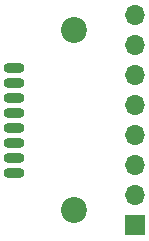
<source format=gbr>
%TF.GenerationSoftware,KiCad,Pcbnew,(5.1.9-0-10_14)*%
%TF.CreationDate,2021-03-17T23:59:50+01:00*%
%TF.ProjectId,PogoDebug,506f676f-4465-4627-9567-2e6b69636164,rev?*%
%TF.SameCoordinates,Original*%
%TF.FileFunction,Soldermask,Top*%
%TF.FilePolarity,Negative*%
%FSLAX46Y46*%
G04 Gerber Fmt 4.6, Leading zero omitted, Abs format (unit mm)*
G04 Created by KiCad (PCBNEW (5.1.9-0-10_14)) date 2021-03-17 23:59:50*
%MOMM*%
%LPD*%
G01*
G04 APERTURE LIST*
%ADD10O,1.700000X1.700000*%
%ADD11R,1.700000X1.700000*%
%ADD12C,2.200000*%
%ADD13O,1.800000X0.900000*%
G04 APERTURE END LIST*
D10*
%TO.C,J10*%
X153135000Y-93345000D03*
X153135000Y-95885000D03*
X153135000Y-98425000D03*
X153135000Y-100965000D03*
X153135000Y-103505000D03*
X153135000Y-106045000D03*
X153135000Y-108585000D03*
D11*
X153135000Y-111125000D03*
%TD*%
D12*
%TO.C,H2*%
X147955000Y-94615000D03*
%TD*%
%TO.C,H1*%
X147955000Y-109855000D03*
%TD*%
D13*
%TO.C,J7*%
X142875000Y-99060000D03*
%TD*%
%TO.C,J1*%
X142875000Y-106680000D03*
%TD*%
%TO.C,J2*%
X142875000Y-105410000D03*
%TD*%
%TO.C,J3*%
X142875000Y-104140000D03*
%TD*%
%TO.C,J4*%
X142875000Y-102870000D03*
%TD*%
%TO.C,J5*%
X142875000Y-101600000D03*
%TD*%
%TO.C,J6*%
X142875000Y-100330000D03*
%TD*%
%TO.C,J8*%
X142875000Y-97790000D03*
%TD*%
M02*

</source>
